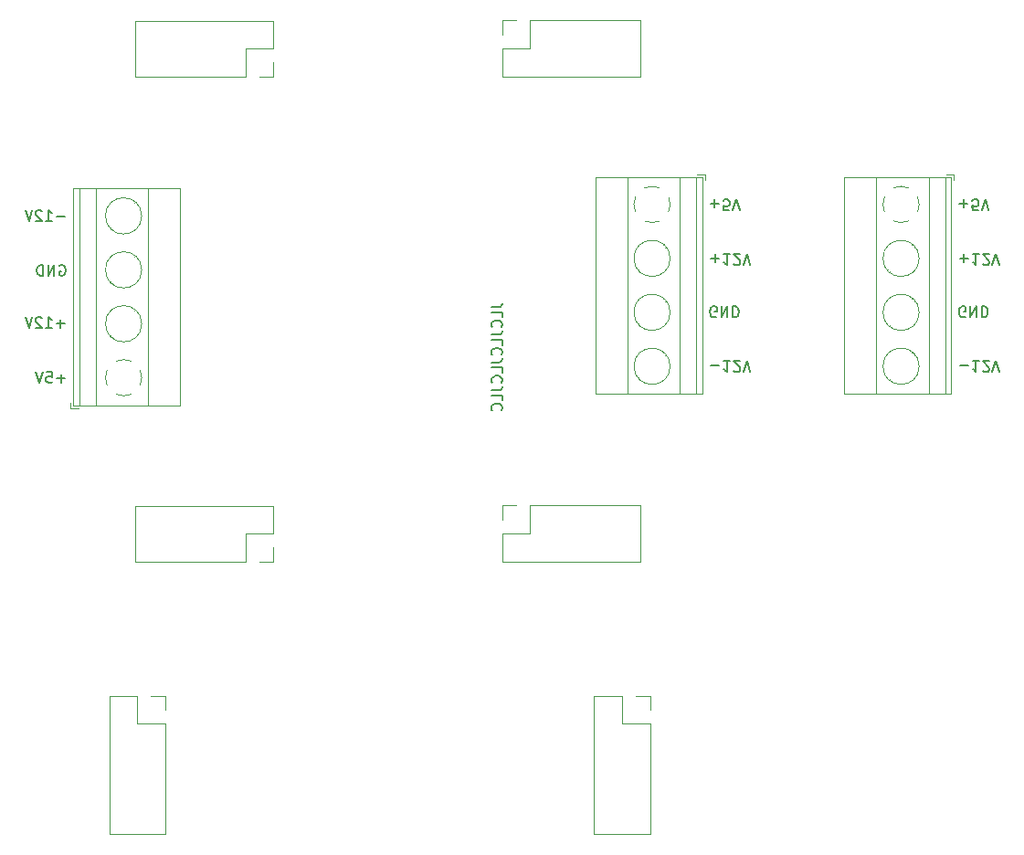
<source format=gbr>
%TF.GenerationSoftware,KiCad,Pcbnew,(6.0.0-0)*%
%TF.CreationDate,2022-12-06T00:22:27-05:00*%
%TF.ProjectId,Breakout-Eurorack-Power-Breadboard,42726561-6b6f-4757-942d-4575726f7261,rev?*%
%TF.SameCoordinates,Original*%
%TF.FileFunction,Legend,Bot*%
%TF.FilePolarity,Positive*%
%FSLAX46Y46*%
G04 Gerber Fmt 4.6, Leading zero omitted, Abs format (unit mm)*
G04 Created by KiCad (PCBNEW (6.0.0-0)) date 2022-12-06 00:22:27*
%MOMM*%
%LPD*%
G01*
G04 APERTURE LIST*
%ADD10C,0.150000*%
%ADD11C,0.120000*%
G04 APERTURE END LIST*
D10*
X182626095Y-87368000D02*
X182530857Y-87415619D01*
X182388000Y-87415619D01*
X182245142Y-87368000D01*
X182149904Y-87272761D01*
X182102285Y-87177523D01*
X182054666Y-86987047D01*
X182054666Y-86844190D01*
X182102285Y-86653714D01*
X182149904Y-86558476D01*
X182245142Y-86463238D01*
X182388000Y-86415619D01*
X182483238Y-86415619D01*
X182626095Y-86463238D01*
X182673714Y-86510857D01*
X182673714Y-86844190D01*
X182483238Y-86844190D01*
X183102285Y-86415619D02*
X183102285Y-87415619D01*
X183673714Y-86415619D01*
X183673714Y-87415619D01*
X184149904Y-86415619D02*
X184149904Y-87415619D01*
X184388000Y-87415619D01*
X184530857Y-87368000D01*
X184626095Y-87272761D01*
X184673714Y-87177523D01*
X184721333Y-86987047D01*
X184721333Y-86844190D01*
X184673714Y-86653714D01*
X184626095Y-86558476D01*
X184530857Y-86463238D01*
X184388000Y-86415619D01*
X184149904Y-86415619D01*
X182134095Y-81970571D02*
X182896000Y-81970571D01*
X182515047Y-81589619D02*
X182515047Y-82351523D01*
X183896000Y-81589619D02*
X183324571Y-81589619D01*
X183610285Y-81589619D02*
X183610285Y-82589619D01*
X183515047Y-82446761D01*
X183419809Y-82351523D01*
X183324571Y-82303904D01*
X184276952Y-82494380D02*
X184324571Y-82542000D01*
X184419809Y-82589619D01*
X184657904Y-82589619D01*
X184753142Y-82542000D01*
X184800761Y-82494380D01*
X184848380Y-82399142D01*
X184848380Y-82303904D01*
X184800761Y-82161047D01*
X184229333Y-81589619D01*
X184848380Y-81589619D01*
X185134095Y-82589619D02*
X185467428Y-81589619D01*
X185800761Y-82589619D01*
X182134095Y-91876571D02*
X182896000Y-91876571D01*
X183896000Y-91495619D02*
X183324571Y-91495619D01*
X183610285Y-91495619D02*
X183610285Y-92495619D01*
X183515047Y-92352761D01*
X183419809Y-92257523D01*
X183324571Y-92209904D01*
X184276952Y-92400380D02*
X184324571Y-92448000D01*
X184419809Y-92495619D01*
X184657904Y-92495619D01*
X184753142Y-92448000D01*
X184800761Y-92400380D01*
X184848380Y-92305142D01*
X184848380Y-92209904D01*
X184800761Y-92067047D01*
X184229333Y-91495619D01*
X184848380Y-91495619D01*
X185134095Y-92495619D02*
X185467428Y-91495619D01*
X185800761Y-92495619D01*
X182102285Y-76890571D02*
X182864190Y-76890571D01*
X182483238Y-76509619D02*
X182483238Y-77271523D01*
X183816571Y-77509619D02*
X183340380Y-77509619D01*
X183292761Y-77033428D01*
X183340380Y-77081047D01*
X183435619Y-77128666D01*
X183673714Y-77128666D01*
X183768952Y-77081047D01*
X183816571Y-77033428D01*
X183864190Y-76938190D01*
X183864190Y-76700095D01*
X183816571Y-76604857D01*
X183768952Y-76557238D01*
X183673714Y-76509619D01*
X183435619Y-76509619D01*
X183340380Y-76557238D01*
X183292761Y-76604857D01*
X184149904Y-77509619D02*
X184483238Y-76509619D01*
X184816571Y-77509619D01*
X138708380Y-86469952D02*
X139422666Y-86469952D01*
X139565523Y-86422333D01*
X139660761Y-86327095D01*
X139708380Y-86184238D01*
X139708380Y-86089000D01*
X139708380Y-87422333D02*
X139708380Y-86946142D01*
X138708380Y-86946142D01*
X139613142Y-88327095D02*
X139660761Y-88279476D01*
X139708380Y-88136619D01*
X139708380Y-88041380D01*
X139660761Y-87898523D01*
X139565523Y-87803285D01*
X139470285Y-87755666D01*
X139279809Y-87708047D01*
X139136952Y-87708047D01*
X138946476Y-87755666D01*
X138851238Y-87803285D01*
X138756000Y-87898523D01*
X138708380Y-88041380D01*
X138708380Y-88136619D01*
X138756000Y-88279476D01*
X138803619Y-88327095D01*
X138708380Y-89041380D02*
X139422666Y-89041380D01*
X139565523Y-88993761D01*
X139660761Y-88898523D01*
X139708380Y-88755666D01*
X139708380Y-88660428D01*
X139708380Y-89993761D02*
X139708380Y-89517571D01*
X138708380Y-89517571D01*
X139613142Y-90898523D02*
X139660761Y-90850904D01*
X139708380Y-90708047D01*
X139708380Y-90612809D01*
X139660761Y-90469952D01*
X139565523Y-90374714D01*
X139470285Y-90327095D01*
X139279809Y-90279476D01*
X139136952Y-90279476D01*
X138946476Y-90327095D01*
X138851238Y-90374714D01*
X138756000Y-90469952D01*
X138708380Y-90612809D01*
X138708380Y-90708047D01*
X138756000Y-90850904D01*
X138803619Y-90898523D01*
X138708380Y-91612809D02*
X139422666Y-91612809D01*
X139565523Y-91565190D01*
X139660761Y-91469952D01*
X139708380Y-91327095D01*
X139708380Y-91231857D01*
X139708380Y-92565190D02*
X139708380Y-92089000D01*
X138708380Y-92089000D01*
X139613142Y-93469952D02*
X139660761Y-93422333D01*
X139708380Y-93279476D01*
X139708380Y-93184238D01*
X139660761Y-93041380D01*
X139565523Y-92946142D01*
X139470285Y-92898523D01*
X139279809Y-92850904D01*
X139136952Y-92850904D01*
X138946476Y-92898523D01*
X138851238Y-92946142D01*
X138756000Y-93041380D01*
X138708380Y-93184238D01*
X138708380Y-93279476D01*
X138756000Y-93422333D01*
X138803619Y-93469952D01*
X138708380Y-94184238D02*
X139422666Y-94184238D01*
X139565523Y-94136619D01*
X139660761Y-94041380D01*
X139708380Y-93898523D01*
X139708380Y-93803285D01*
X139708380Y-95136619D02*
X139708380Y-94660428D01*
X138708380Y-94660428D01*
X139613142Y-96041380D02*
X139660761Y-95993761D01*
X139708380Y-95850904D01*
X139708380Y-95755666D01*
X139660761Y-95612809D01*
X139565523Y-95517571D01*
X139470285Y-95469952D01*
X139279809Y-95422333D01*
X139136952Y-95422333D01*
X138946476Y-95469952D01*
X138851238Y-95517571D01*
X138756000Y-95612809D01*
X138708380Y-95755666D01*
X138708380Y-95850904D01*
X138756000Y-95993761D01*
X138803619Y-96041380D01*
X159544095Y-87368000D02*
X159448857Y-87415619D01*
X159306000Y-87415619D01*
X159163142Y-87368000D01*
X159067904Y-87272761D01*
X159020285Y-87177523D01*
X158972666Y-86987047D01*
X158972666Y-86844190D01*
X159020285Y-86653714D01*
X159067904Y-86558476D01*
X159163142Y-86463238D01*
X159306000Y-86415619D01*
X159401238Y-86415619D01*
X159544095Y-86463238D01*
X159591714Y-86510857D01*
X159591714Y-86844190D01*
X159401238Y-86844190D01*
X160020285Y-86415619D02*
X160020285Y-87415619D01*
X160591714Y-86415619D01*
X160591714Y-87415619D01*
X161067904Y-86415619D02*
X161067904Y-87415619D01*
X161306000Y-87415619D01*
X161448857Y-87368000D01*
X161544095Y-87272761D01*
X161591714Y-87177523D01*
X161639333Y-86987047D01*
X161639333Y-86844190D01*
X161591714Y-86653714D01*
X161544095Y-86558476D01*
X161448857Y-86463238D01*
X161306000Y-86415619D01*
X161067904Y-86415619D01*
X159052095Y-81970571D02*
X159814000Y-81970571D01*
X159433047Y-81589619D02*
X159433047Y-82351523D01*
X160814000Y-81589619D02*
X160242571Y-81589619D01*
X160528285Y-81589619D02*
X160528285Y-82589619D01*
X160433047Y-82446761D01*
X160337809Y-82351523D01*
X160242571Y-82303904D01*
X161194952Y-82494380D02*
X161242571Y-82542000D01*
X161337809Y-82589619D01*
X161575904Y-82589619D01*
X161671142Y-82542000D01*
X161718761Y-82494380D01*
X161766380Y-82399142D01*
X161766380Y-82303904D01*
X161718761Y-82161047D01*
X161147333Y-81589619D01*
X161766380Y-81589619D01*
X162052095Y-82589619D02*
X162385428Y-81589619D01*
X162718761Y-82589619D01*
X159052095Y-91876571D02*
X159814000Y-91876571D01*
X160814000Y-91495619D02*
X160242571Y-91495619D01*
X160528285Y-91495619D02*
X160528285Y-92495619D01*
X160433047Y-92352761D01*
X160337809Y-92257523D01*
X160242571Y-92209904D01*
X161194952Y-92400380D02*
X161242571Y-92448000D01*
X161337809Y-92495619D01*
X161575904Y-92495619D01*
X161671142Y-92448000D01*
X161718761Y-92400380D01*
X161766380Y-92305142D01*
X161766380Y-92209904D01*
X161718761Y-92067047D01*
X161147333Y-91495619D01*
X161766380Y-91495619D01*
X162052095Y-92495619D02*
X162385428Y-91495619D01*
X162718761Y-92495619D01*
X159020285Y-76890571D02*
X159782190Y-76890571D01*
X159401238Y-76509619D02*
X159401238Y-77271523D01*
X160734571Y-77509619D02*
X160258380Y-77509619D01*
X160210761Y-77033428D01*
X160258380Y-77081047D01*
X160353619Y-77128666D01*
X160591714Y-77128666D01*
X160686952Y-77081047D01*
X160734571Y-77033428D01*
X160782190Y-76938190D01*
X160782190Y-76700095D01*
X160734571Y-76604857D01*
X160686952Y-76557238D01*
X160591714Y-76509619D01*
X160353619Y-76509619D01*
X160258380Y-76557238D01*
X160210761Y-76604857D01*
X161067904Y-77509619D02*
X161401238Y-76509619D01*
X161734571Y-77509619D01*
X98679904Y-82618000D02*
X98775142Y-82570380D01*
X98918000Y-82570380D01*
X99060857Y-82618000D01*
X99156095Y-82713238D01*
X99203714Y-82808476D01*
X99251333Y-82998952D01*
X99251333Y-83141809D01*
X99203714Y-83332285D01*
X99156095Y-83427523D01*
X99060857Y-83522761D01*
X98918000Y-83570380D01*
X98822761Y-83570380D01*
X98679904Y-83522761D01*
X98632285Y-83475142D01*
X98632285Y-83141809D01*
X98822761Y-83141809D01*
X98203714Y-83570380D02*
X98203714Y-82570380D01*
X97632285Y-83570380D01*
X97632285Y-82570380D01*
X97156095Y-83570380D02*
X97156095Y-82570380D01*
X96918000Y-82570380D01*
X96775142Y-82618000D01*
X96679904Y-82713238D01*
X96632285Y-82808476D01*
X96584666Y-82998952D01*
X96584666Y-83141809D01*
X96632285Y-83332285D01*
X96679904Y-83427523D01*
X96775142Y-83522761D01*
X96918000Y-83570380D01*
X97156095Y-83570380D01*
X99203714Y-93095428D02*
X98441809Y-93095428D01*
X98822761Y-93476380D02*
X98822761Y-92714476D01*
X97489428Y-92476380D02*
X97965619Y-92476380D01*
X98013238Y-92952571D01*
X97965619Y-92904952D01*
X97870380Y-92857333D01*
X97632285Y-92857333D01*
X97537047Y-92904952D01*
X97489428Y-92952571D01*
X97441809Y-93047809D01*
X97441809Y-93285904D01*
X97489428Y-93381142D01*
X97537047Y-93428761D01*
X97632285Y-93476380D01*
X97870380Y-93476380D01*
X97965619Y-93428761D01*
X98013238Y-93381142D01*
X97156095Y-92476380D02*
X96822761Y-93476380D01*
X96489428Y-92476380D01*
X99171904Y-78109428D02*
X98410000Y-78109428D01*
X97410000Y-78490380D02*
X97981428Y-78490380D01*
X97695714Y-78490380D02*
X97695714Y-77490380D01*
X97790952Y-77633238D01*
X97886190Y-77728476D01*
X97981428Y-77776095D01*
X97029047Y-77585619D02*
X96981428Y-77538000D01*
X96886190Y-77490380D01*
X96648095Y-77490380D01*
X96552857Y-77538000D01*
X96505238Y-77585619D01*
X96457619Y-77680857D01*
X96457619Y-77776095D01*
X96505238Y-77918952D01*
X97076666Y-78490380D01*
X96457619Y-78490380D01*
X96171904Y-77490380D02*
X95838571Y-78490380D01*
X95505238Y-77490380D01*
X99171904Y-88015428D02*
X98410000Y-88015428D01*
X98790952Y-88396380D02*
X98790952Y-87634476D01*
X97410000Y-88396380D02*
X97981428Y-88396380D01*
X97695714Y-88396380D02*
X97695714Y-87396380D01*
X97790952Y-87539238D01*
X97886190Y-87634476D01*
X97981428Y-87682095D01*
X97029047Y-87491619D02*
X96981428Y-87444000D01*
X96886190Y-87396380D01*
X96648095Y-87396380D01*
X96552857Y-87444000D01*
X96505238Y-87491619D01*
X96457619Y-87586857D01*
X96457619Y-87682095D01*
X96505238Y-87824952D01*
X97076666Y-88396380D01*
X96457619Y-88396380D01*
X96171904Y-87396380D02*
X95838571Y-88396380D01*
X95505238Y-87396380D01*
D11*
%TO.C,J8*%
X177707000Y-85735000D02*
X177753000Y-85688000D01*
X177923000Y-80928000D02*
X177958000Y-80893000D01*
X175615000Y-83237000D02*
X175661000Y-83190000D01*
X177923000Y-85928000D02*
X177958000Y-85893000D01*
X177707000Y-80735000D02*
X177753000Y-80688000D01*
X175409000Y-88032000D02*
X175445000Y-87997000D01*
X180844000Y-74162000D02*
X181584000Y-74162000D01*
X175615000Y-93237000D02*
X175661000Y-93190000D01*
X171423000Y-74402000D02*
X181344000Y-74402000D01*
X175615000Y-88237000D02*
X175661000Y-88190000D01*
X181344000Y-74402000D02*
X181344000Y-94523000D01*
X175409000Y-83032000D02*
X175445000Y-82997000D01*
X181584000Y-74162000D02*
X181584000Y-74662000D01*
X171423000Y-94523000D02*
X181344000Y-94523000D01*
X177707000Y-90735000D02*
X177753000Y-90688000D01*
X175409000Y-93032000D02*
X175445000Y-92997000D01*
X180784000Y-74402000D02*
X180784000Y-94523000D01*
X177923000Y-90928000D02*
X177958000Y-90893000D01*
X174383000Y-74402000D02*
X174383000Y-94523000D01*
X179284000Y-74402000D02*
X179284000Y-94523000D01*
X171423000Y-74402000D02*
X171423000Y-94523000D01*
X178218756Y-77645318D02*
G75*
G03*
X178364000Y-76962000I-1534748J683317D01*
G01*
X177367042Y-75426573D02*
G75*
G03*
X176000000Y-75427000I-683041J-1535431D01*
G01*
X176000958Y-78497427D02*
G75*
G03*
X177368000Y-78497000I683041J1535431D01*
G01*
X178364253Y-76990805D02*
G75*
G03*
X178219000Y-76278000I-1680254J28806D01*
G01*
X175148573Y-76278958D02*
G75*
G03*
X175149000Y-77646000I1535431J-683041D01*
G01*
X178364000Y-91962000D02*
G75*
G03*
X178364000Y-91962000I-1680000J0D01*
G01*
X178364000Y-81962000D02*
G75*
G03*
X178364000Y-81962000I-1680000J0D01*
G01*
X178364000Y-86962000D02*
G75*
G03*
X178364000Y-86962000I-1680000J0D01*
G01*
%TO.C,J2*%
X150823000Y-122493000D02*
X148223000Y-122493000D01*
X153423000Y-122493000D02*
X152093000Y-122493000D01*
X150823000Y-125093000D02*
X150823000Y-122493000D01*
X148223000Y-122493000D02*
X148223000Y-135313000D01*
X153423000Y-123823000D02*
X153423000Y-122493000D01*
X153423000Y-125093000D02*
X153423000Y-135313000D01*
X153423000Y-125093000D02*
X150823000Y-125093000D01*
X153423000Y-135313000D02*
X148223000Y-135313000D01*
%TO.C,J3*%
X108488000Y-125088000D02*
X105888000Y-125088000D01*
X105888000Y-125088000D02*
X105888000Y-122488000D01*
X108488000Y-135308000D02*
X103288000Y-135308000D01*
X108488000Y-123818000D02*
X108488000Y-122488000D01*
X108488000Y-122488000D02*
X107158000Y-122488000D01*
X108488000Y-125088000D02*
X108488000Y-135308000D01*
X105888000Y-122488000D02*
X103288000Y-122488000D01*
X103288000Y-122488000D02*
X103288000Y-135308000D01*
X142299000Y-104844000D02*
X142299000Y-107444000D01*
X142299000Y-107444000D02*
X139699000Y-107444000D01*
X152519000Y-104844000D02*
X152519000Y-110044000D01*
X141029000Y-104844000D02*
X139699000Y-104844000D01*
X139699000Y-104844000D02*
X139699000Y-106174000D01*
X142299000Y-104844000D02*
X152519000Y-104844000D01*
X139699000Y-107444000D02*
X139699000Y-110044000D01*
X139699000Y-110044000D02*
X152519000Y-110044000D01*
%TO.C,J8*%
X154625000Y-85735000D02*
X154671000Y-85688000D01*
X154841000Y-80928000D02*
X154876000Y-80893000D01*
X152533000Y-83237000D02*
X152579000Y-83190000D01*
X154841000Y-85928000D02*
X154876000Y-85893000D01*
X154625000Y-80735000D02*
X154671000Y-80688000D01*
X152327000Y-88032000D02*
X152363000Y-87997000D01*
X157762000Y-74162000D02*
X158502000Y-74162000D01*
X152533000Y-93237000D02*
X152579000Y-93190000D01*
X148341000Y-74402000D02*
X158262000Y-74402000D01*
X152533000Y-88237000D02*
X152579000Y-88190000D01*
X158262000Y-74402000D02*
X158262000Y-94523000D01*
X152327000Y-83032000D02*
X152363000Y-82997000D01*
X158502000Y-74162000D02*
X158502000Y-74662000D01*
X148341000Y-94523000D02*
X158262000Y-94523000D01*
X154625000Y-90735000D02*
X154671000Y-90688000D01*
X152327000Y-93032000D02*
X152363000Y-92997000D01*
X157702000Y-74402000D02*
X157702000Y-94523000D01*
X154841000Y-90928000D02*
X154876000Y-90893000D01*
X151301000Y-74402000D02*
X151301000Y-94523000D01*
X156202000Y-74402000D02*
X156202000Y-94523000D01*
X148341000Y-74402000D02*
X148341000Y-94523000D01*
X155136756Y-77645318D02*
G75*
G03*
X155282000Y-76962000I-1534748J683317D01*
G01*
X154285042Y-75426573D02*
G75*
G03*
X152918000Y-75427000I-683041J-1535431D01*
G01*
X152918958Y-78497427D02*
G75*
G03*
X154286000Y-78497000I683041J1535431D01*
G01*
X155282253Y-76990805D02*
G75*
G03*
X155137000Y-76278000I-1680254J28806D01*
G01*
X152066573Y-76278958D02*
G75*
G03*
X152067000Y-77646000I1535431J-683041D01*
G01*
X155282000Y-91962000D02*
G75*
G03*
X155282000Y-91962000I-1680000J0D01*
G01*
X155282000Y-81962000D02*
G75*
G03*
X155282000Y-81962000I-1680000J0D01*
G01*
X155282000Y-86962000D02*
G75*
G03*
X155282000Y-86962000I-1680000J0D01*
G01*
%TO.C,J2*%
X152524000Y-59909000D02*
X152524000Y-65109000D01*
X142304000Y-59909000D02*
X142304000Y-62509000D01*
X142304000Y-59909000D02*
X152524000Y-59909000D01*
X141034000Y-59909000D02*
X139704000Y-59909000D01*
X139704000Y-65109000D02*
X152524000Y-65109000D01*
X142304000Y-62509000D02*
X139704000Y-62509000D01*
X139704000Y-59909000D02*
X139704000Y-61239000D01*
X139704000Y-62509000D02*
X139704000Y-65109000D01*
%TO.C,J8*%
X103087244Y-92340682D02*
G75*
G03*
X102942000Y-93024000I1534756J-683318D01*
G01*
X105305042Y-91488574D02*
G75*
G03*
X103938000Y-91489000I-683042J-1535426D01*
G01*
X106157426Y-93707042D02*
G75*
G03*
X106157000Y-92340000I-1535426J683042D01*
G01*
X103938958Y-94559426D02*
G75*
G03*
X105306000Y-94559000I683042J1535426D01*
G01*
X102941747Y-92995195D02*
G75*
G03*
X103087000Y-93708000I1680253J-28805D01*
G01*
X106302000Y-88024000D02*
G75*
G03*
X106302000Y-88024000I-1680000J0D01*
G01*
X106302000Y-83024000D02*
G75*
G03*
X106302000Y-83024000I-1680000J0D01*
G01*
X106302000Y-78024000D02*
G75*
G03*
X106302000Y-78024000I-1680000J0D01*
G01*
X100522000Y-95584000D02*
X100522000Y-75463000D01*
X102022000Y-95584000D02*
X102022000Y-75463000D01*
X106923000Y-95584000D02*
X106923000Y-75463000D01*
X109883000Y-95584000D02*
X109883000Y-75463000D01*
X99962000Y-95584000D02*
X99962000Y-75463000D01*
X109883000Y-95584000D02*
X99962000Y-95584000D01*
X109883000Y-75463000D02*
X99962000Y-75463000D01*
X105691000Y-86749000D02*
X105645000Y-86796000D01*
X103383000Y-89058000D02*
X103348000Y-89093000D01*
X105897000Y-86954000D02*
X105861000Y-86989000D01*
X103599000Y-89251000D02*
X103553000Y-89298000D01*
X105691000Y-81749000D02*
X105645000Y-81796000D01*
X103383000Y-84058000D02*
X103348000Y-84093000D01*
X105897000Y-81954000D02*
X105861000Y-81989000D01*
X103599000Y-84251000D02*
X103553000Y-84298000D01*
X105691000Y-76749000D02*
X105645000Y-76796000D01*
X103383000Y-79058000D02*
X103348000Y-79093000D01*
X105897000Y-76954000D02*
X105861000Y-76989000D01*
X103599000Y-79251000D02*
X103553000Y-79298000D01*
X100462000Y-95824000D02*
X99722000Y-95824000D01*
X99722000Y-95824000D02*
X99722000Y-95324000D01*
%TO.C,J3*%
X105705000Y-65142000D02*
X105705000Y-59942000D01*
X115925000Y-65142000D02*
X105705000Y-65142000D01*
X118525000Y-59942000D02*
X105705000Y-59942000D01*
X115925000Y-65142000D02*
X115925000Y-62542000D01*
X115925000Y-62542000D02*
X118525000Y-62542000D01*
X118525000Y-62542000D02*
X118525000Y-59942000D01*
X117195000Y-65142000D02*
X118525000Y-65142000D01*
X118525000Y-65142000D02*
X118525000Y-63812000D01*
%TO.C,J2*%
X105700000Y-110077000D02*
X105700000Y-104877000D01*
X115920000Y-110077000D02*
X105700000Y-110077000D01*
X118520000Y-104877000D02*
X105700000Y-104877000D01*
X115920000Y-110077000D02*
X115920000Y-107477000D01*
X115920000Y-107477000D02*
X118520000Y-107477000D01*
X118520000Y-107477000D02*
X118520000Y-104877000D01*
X117190000Y-110077000D02*
X118520000Y-110077000D01*
X118520000Y-110077000D02*
X118520000Y-108747000D01*
%TD*%
M02*

</source>
